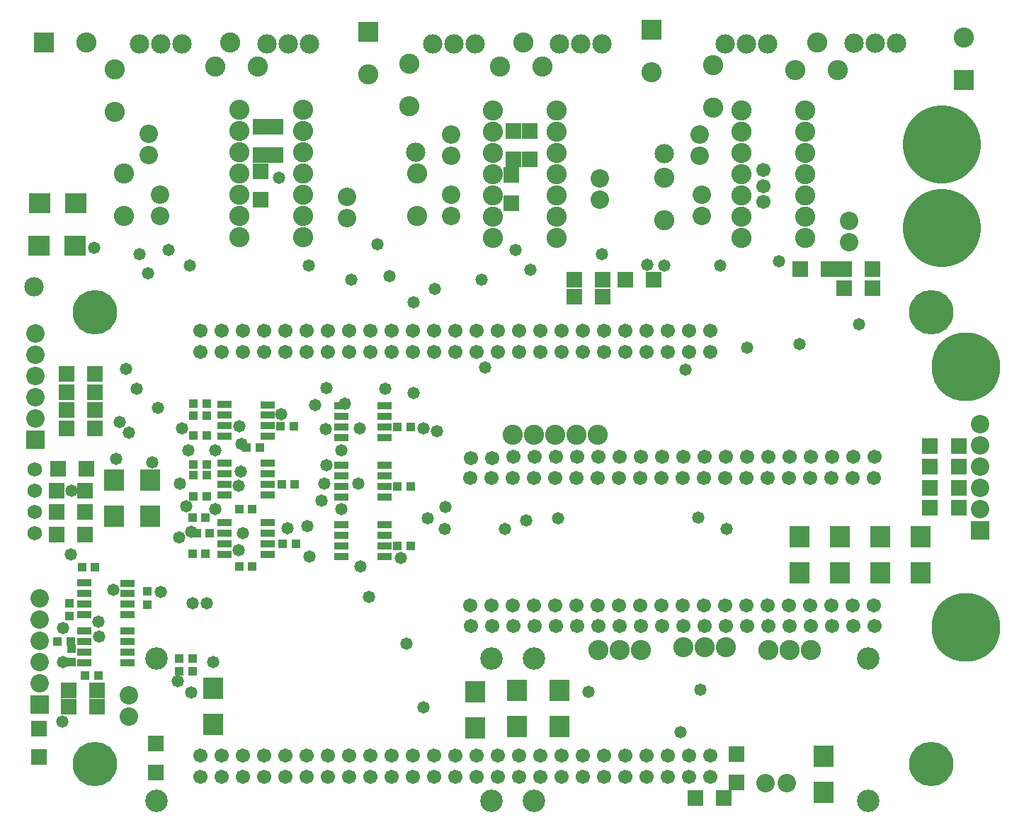
<source format=gts>
G04 Layer_Color=8388736*
%FSLAX23Y23*%
%MOIN*%
G70*
G01*
G75*
%ADD45R,0.039X0.042*%
%ADD46R,0.072X0.072*%
%ADD47R,0.072X0.072*%
%ADD48R,0.068X0.032*%
%ADD49R,0.042X0.039*%
%ADD50R,0.093X0.104*%
%ADD51R,0.104X0.093*%
%ADD52C,0.087*%
%ADD53C,0.095*%
%ADD54C,0.106*%
%ADD55C,0.067*%
%ADD56C,0.368*%
%ADD57C,0.067*%
%ADD58C,0.323*%
%ADD59C,0.209*%
%ADD60C,0.091*%
%ADD61R,0.095X0.095*%
%ADD62R,0.087X0.087*%
%ADD63R,0.095X0.095*%
%ADD64C,0.068*%
%ADD65C,0.058*%
D45*
X3968Y3465D02*
D03*
X3906D02*
D03*
X3968Y3406D02*
D03*
X3906D02*
D03*
X4934Y3995D02*
D03*
X4996D02*
D03*
X4934Y4275D02*
D03*
X4996D02*
D03*
X4934Y4555D02*
D03*
X4996D02*
D03*
X3449Y3895D02*
D03*
X3511D02*
D03*
X4224Y4460D02*
D03*
X4286D02*
D03*
X4036Y4665D02*
D03*
X3974D02*
D03*
X4036Y4610D02*
D03*
X3974D02*
D03*
Y4515D02*
D03*
X4036D02*
D03*
Y4380D02*
D03*
X3974D02*
D03*
X4036Y4330D02*
D03*
X3974D02*
D03*
Y4230D02*
D03*
X4036D02*
D03*
X4031Y4130D02*
D03*
X3969D02*
D03*
X4051Y4055D02*
D03*
X3989D02*
D03*
X3969Y3960D02*
D03*
X4031D02*
D03*
X4189Y3900D02*
D03*
X4251D02*
D03*
X4189Y4170D02*
D03*
X4251D02*
D03*
X4384Y4560D02*
D03*
X4446D02*
D03*
X4394Y4005D02*
D03*
X4456D02*
D03*
X4389Y4285D02*
D03*
X4451D02*
D03*
X3334Y3545D02*
D03*
X3396D02*
D03*
X3464Y3385D02*
D03*
X3526D02*
D03*
D46*
X3245Y3001D02*
D03*
Y3135D02*
D03*
X5556Y5950D02*
D03*
Y5816D02*
D03*
X5478Y5950D02*
D03*
Y5816D02*
D03*
X5470Y5743D02*
D03*
Y5609D02*
D03*
X3795Y2930D02*
D03*
Y3064D02*
D03*
X6530Y3015D02*
D03*
Y2881D02*
D03*
X4360Y5970D02*
D03*
Y5836D02*
D03*
X4290Y5759D02*
D03*
Y5625D02*
D03*
Y5969D02*
D03*
Y5835D02*
D03*
D47*
X6964Y5300D02*
D03*
X6830D02*
D03*
X3469Y4360D02*
D03*
X3335D02*
D03*
X6469Y2810D02*
D03*
X6335D02*
D03*
X3509Y4805D02*
D03*
X3375D02*
D03*
X3509Y4720D02*
D03*
X3375D02*
D03*
X3509Y4635D02*
D03*
X3375D02*
D03*
X3509Y4550D02*
D03*
X3375D02*
D03*
X6006Y5250D02*
D03*
X6140D02*
D03*
X5765D02*
D03*
X5899D02*
D03*
X5766Y5170D02*
D03*
X5900D02*
D03*
X7170Y5210D02*
D03*
X7036D02*
D03*
X7169Y5300D02*
D03*
X7035D02*
D03*
X7441Y4465D02*
D03*
X7575D02*
D03*
X7441Y4370D02*
D03*
X7575D02*
D03*
X7441Y4270D02*
D03*
X7575D02*
D03*
X7441Y4175D02*
D03*
X7575D02*
D03*
X3330Y4050D02*
D03*
X3464D02*
D03*
X3330Y4155D02*
D03*
X3464D02*
D03*
X3330Y4255D02*
D03*
X3464D02*
D03*
X3385Y3315D02*
D03*
X3519D02*
D03*
X3385Y3240D02*
D03*
X3519D02*
D03*
D48*
X3664Y3446D02*
D03*
Y3496D02*
D03*
Y3546D02*
D03*
Y3595D02*
D03*
X3460Y3596D02*
D03*
Y3546D02*
D03*
Y3496D02*
D03*
Y3446D02*
D03*
X3664Y3671D02*
D03*
Y3721D02*
D03*
Y3771D02*
D03*
Y3820D02*
D03*
X3460Y3821D02*
D03*
Y3771D02*
D03*
Y3721D02*
D03*
Y3671D02*
D03*
X4874Y3946D02*
D03*
Y3996D02*
D03*
Y4046D02*
D03*
Y4095D02*
D03*
X4670Y4096D02*
D03*
Y4046D02*
D03*
Y3996D02*
D03*
Y3946D02*
D03*
X4874Y4226D02*
D03*
Y4276D02*
D03*
Y4326D02*
D03*
Y4375D02*
D03*
X4670Y4376D02*
D03*
Y4326D02*
D03*
Y4276D02*
D03*
Y4226D02*
D03*
X4874Y4506D02*
D03*
Y4556D02*
D03*
Y4606D02*
D03*
Y4655D02*
D03*
X4670Y4656D02*
D03*
Y4606D02*
D03*
Y4556D02*
D03*
Y4506D02*
D03*
X4120Y4286D02*
D03*
Y4236D02*
D03*
Y4336D02*
D03*
Y4386D02*
D03*
X4324Y4336D02*
D03*
Y4385D02*
D03*
Y4236D02*
D03*
Y4286D02*
D03*
X4120Y4561D02*
D03*
Y4511D02*
D03*
Y4611D02*
D03*
Y4661D02*
D03*
X4324Y4611D02*
D03*
Y4660D02*
D03*
Y4511D02*
D03*
Y4561D02*
D03*
X4120Y4006D02*
D03*
Y3956D02*
D03*
Y4056D02*
D03*
Y4106D02*
D03*
X4324Y4056D02*
D03*
Y4105D02*
D03*
Y3956D02*
D03*
Y4006D02*
D03*
D49*
X3755Y3719D02*
D03*
Y3781D02*
D03*
X3390Y3726D02*
D03*
Y3664D02*
D03*
X3400Y3449D02*
D03*
Y3511D02*
D03*
D50*
X5695Y3315D02*
D03*
Y3145D02*
D03*
X5495Y3315D02*
D03*
Y3145D02*
D03*
X5300Y3310D02*
D03*
Y3140D02*
D03*
X4065Y3155D02*
D03*
Y3325D02*
D03*
X6940Y2835D02*
D03*
Y3005D02*
D03*
X7395Y3870D02*
D03*
Y4040D02*
D03*
X7205Y3870D02*
D03*
Y4040D02*
D03*
X7015Y3870D02*
D03*
Y4040D02*
D03*
X6825Y3870D02*
D03*
Y4040D02*
D03*
X3600Y4135D02*
D03*
Y4305D02*
D03*
X3770Y4135D02*
D03*
Y4305D02*
D03*
D51*
X3245Y5410D02*
D03*
X3415D02*
D03*
X3250Y5610D02*
D03*
X3420D02*
D03*
D52*
X6665Y2880D02*
D03*
X6765D02*
D03*
X3668Y3193D02*
D03*
Y3293D02*
D03*
X4695Y5540D02*
D03*
Y5640D02*
D03*
X3816Y5548D02*
D03*
Y5648D02*
D03*
X3762Y5835D02*
D03*
Y5935D02*
D03*
X5887Y5627D02*
D03*
Y5727D02*
D03*
X5185Y5550D02*
D03*
Y5650D02*
D03*
X5186Y5832D02*
D03*
Y5932D02*
D03*
X7058Y5425D02*
D03*
Y5525D02*
D03*
X6365Y5548D02*
D03*
Y5648D02*
D03*
X6357Y5832D02*
D03*
Y5932D02*
D03*
X3230Y4695D02*
D03*
Y4895D02*
D03*
Y4795D02*
D03*
Y4595D02*
D03*
Y4995D02*
D03*
X7675Y4270D02*
D03*
Y4470D02*
D03*
Y4370D02*
D03*
Y4170D02*
D03*
Y4570D02*
D03*
X3250Y3450D02*
D03*
Y3650D02*
D03*
Y3750D02*
D03*
Y3350D02*
D03*
Y3550D02*
D03*
D53*
X3604Y6240D02*
D03*
Y6040D02*
D03*
X4990Y6264D02*
D03*
Y6064D02*
D03*
X6419Y6260D02*
D03*
Y6060D02*
D03*
X5978Y3504D02*
D03*
X6378Y3519D02*
D03*
X6078Y3504D02*
D03*
X6878D02*
D03*
X5878D02*
D03*
X4147Y6367D02*
D03*
X5525D02*
D03*
X6911D02*
D03*
X6278Y3519D02*
D03*
X5777Y4520D02*
D03*
X5677D02*
D03*
X5577D02*
D03*
X6478Y3519D02*
D03*
X5477Y4520D02*
D03*
X6778Y3504D02*
D03*
X5877Y4520D02*
D03*
X6678Y3504D02*
D03*
X4190Y5649D02*
D03*
Y5549D02*
D03*
Y5949D02*
D03*
Y5849D02*
D03*
X4490Y5549D02*
D03*
Y5649D02*
D03*
Y5849D02*
D03*
Y5949D02*
D03*
X4190Y5749D02*
D03*
Y5449D02*
D03*
Y6049D02*
D03*
X4490Y5449D02*
D03*
Y5749D02*
D03*
Y6049D02*
D03*
X5383Y5644D02*
D03*
Y5544D02*
D03*
Y5944D02*
D03*
Y5844D02*
D03*
X5683Y5544D02*
D03*
Y5644D02*
D03*
Y5844D02*
D03*
Y5944D02*
D03*
X5383Y5744D02*
D03*
Y5444D02*
D03*
Y6044D02*
D03*
X5683Y5444D02*
D03*
Y5744D02*
D03*
Y6044D02*
D03*
X6554Y5646D02*
D03*
Y5546D02*
D03*
Y5946D02*
D03*
Y5846D02*
D03*
X6854Y5546D02*
D03*
Y5646D02*
D03*
Y5846D02*
D03*
Y5946D02*
D03*
X6554Y5746D02*
D03*
Y5446D02*
D03*
Y6046D02*
D03*
X6854Y5446D02*
D03*
Y5746D02*
D03*
Y6046D02*
D03*
X3647Y5748D02*
D03*
Y5548D02*
D03*
X6188Y5728D02*
D03*
Y5528D02*
D03*
X4276Y6253D02*
D03*
X4076D02*
D03*
X5025Y5748D02*
D03*
Y5548D02*
D03*
X5615Y6253D02*
D03*
X5415D02*
D03*
X7006Y6235D02*
D03*
X6806D02*
D03*
X4797Y6214D02*
D03*
X7600Y6390D02*
D03*
X6130Y6225D02*
D03*
X3471Y6365D02*
D03*
D54*
X5575Y3464D02*
D03*
X7150D02*
D03*
X5575Y2795D02*
D03*
X7150D02*
D03*
X3800Y3464D02*
D03*
X5375D02*
D03*
X3800Y2795D02*
D03*
X5375D02*
D03*
D55*
X6577Y4315D02*
D03*
X6877D02*
D03*
X7177D02*
D03*
Y3715D02*
D03*
X6877D02*
D03*
X6577D02*
D03*
X5377Y4315D02*
D03*
X5677D02*
D03*
X5977D02*
D03*
X6277D02*
D03*
Y3715D02*
D03*
X5977D02*
D03*
X5677D02*
D03*
X5377D02*
D03*
X7077Y4315D02*
D03*
X6977D02*
D03*
Y3715D02*
D03*
X7077D02*
D03*
X6777Y4315D02*
D03*
X6677D02*
D03*
Y3715D02*
D03*
X6777D02*
D03*
X6477Y4315D02*
D03*
X6377D02*
D03*
Y3715D02*
D03*
X6477D02*
D03*
X6177Y4315D02*
D03*
X6077D02*
D03*
Y3715D02*
D03*
X6177D02*
D03*
X5877Y4315D02*
D03*
X5777D02*
D03*
Y3715D02*
D03*
X5877D02*
D03*
X5577Y4315D02*
D03*
X5477D02*
D03*
Y3715D02*
D03*
X5577D02*
D03*
X5277Y4315D02*
D03*
Y3715D02*
D03*
X6405Y5010D02*
D03*
Y4910D02*
D03*
X6305Y5010D02*
D03*
Y4910D02*
D03*
X6205Y5010D02*
D03*
Y4910D02*
D03*
X6105Y5010D02*
D03*
Y4910D02*
D03*
X6005Y5010D02*
D03*
Y4910D02*
D03*
X5905Y5010D02*
D03*
Y4910D02*
D03*
X5805Y5010D02*
D03*
Y4910D02*
D03*
X5705Y5010D02*
D03*
Y4910D02*
D03*
X5605Y5010D02*
D03*
Y4910D02*
D03*
X5505Y5010D02*
D03*
Y4910D02*
D03*
X5405Y5010D02*
D03*
Y4910D02*
D03*
X5305Y5010D02*
D03*
Y4910D02*
D03*
X5205Y5010D02*
D03*
Y4910D02*
D03*
X5105Y5010D02*
D03*
Y4910D02*
D03*
X5005Y5010D02*
D03*
Y4910D02*
D03*
X4905Y5010D02*
D03*
Y4910D02*
D03*
X4805Y5010D02*
D03*
Y4910D02*
D03*
X4705Y5010D02*
D03*
Y4910D02*
D03*
X4605Y5010D02*
D03*
Y4910D02*
D03*
X4505Y5010D02*
D03*
Y4910D02*
D03*
X4405Y5010D02*
D03*
Y4910D02*
D03*
X4305Y5010D02*
D03*
Y4910D02*
D03*
X4205Y5010D02*
D03*
Y4910D02*
D03*
X4105Y5010D02*
D03*
Y4910D02*
D03*
X4005Y5010D02*
D03*
Y4910D02*
D03*
X6405Y3010D02*
D03*
Y2910D02*
D03*
X6305Y3010D02*
D03*
Y2910D02*
D03*
X6205Y3010D02*
D03*
Y2910D02*
D03*
X6105Y3010D02*
D03*
Y2910D02*
D03*
X6005Y3010D02*
D03*
Y2910D02*
D03*
X5905Y3010D02*
D03*
Y2910D02*
D03*
X5805Y3010D02*
D03*
Y2910D02*
D03*
X5705Y3010D02*
D03*
Y2910D02*
D03*
X5605Y3010D02*
D03*
Y2910D02*
D03*
X5505Y3010D02*
D03*
Y2910D02*
D03*
X5405Y3010D02*
D03*
Y2910D02*
D03*
X5305Y3010D02*
D03*
Y2910D02*
D03*
X5205Y3010D02*
D03*
Y2910D02*
D03*
X5105Y3010D02*
D03*
Y2910D02*
D03*
X5005Y3010D02*
D03*
Y2910D02*
D03*
X4905Y3010D02*
D03*
Y2910D02*
D03*
X4805Y3010D02*
D03*
Y2910D02*
D03*
X4705Y3010D02*
D03*
Y2910D02*
D03*
X4605Y3010D02*
D03*
Y2910D02*
D03*
X4505Y3010D02*
D03*
Y2910D02*
D03*
X4405Y3010D02*
D03*
Y2910D02*
D03*
X4305Y3010D02*
D03*
Y2910D02*
D03*
X4205Y3010D02*
D03*
Y2910D02*
D03*
X4105Y3010D02*
D03*
Y2910D02*
D03*
X4005Y3010D02*
D03*
Y2910D02*
D03*
X7178Y4414D02*
D03*
X7078D02*
D03*
X6678D02*
D03*
X6578D02*
D03*
X6978D02*
D03*
X6878D02*
D03*
X6778D02*
D03*
X6078D02*
D03*
X6478D02*
D03*
X6378D02*
D03*
X6278D02*
D03*
X6178D02*
D03*
X5978D02*
D03*
X5878D02*
D03*
X5778D02*
D03*
X5678D02*
D03*
X5578D02*
D03*
X5478D02*
D03*
X5278Y4409D02*
D03*
X7178Y3619D02*
D03*
X7078D02*
D03*
X6978D02*
D03*
X6878D02*
D03*
X6778D02*
D03*
X6678D02*
D03*
X6578D02*
D03*
X6378D02*
D03*
X6278D02*
D03*
X6178D02*
D03*
X6078D02*
D03*
X5878D02*
D03*
X5778D02*
D03*
X5678D02*
D03*
X5578D02*
D03*
X5478D02*
D03*
X5378D02*
D03*
X5278D02*
D03*
X5378Y4409D02*
D03*
X6478Y3619D02*
D03*
X5978D02*
D03*
D56*
X7497Y5493D02*
D03*
Y5887D02*
D03*
D57*
X6655Y5690D02*
D03*
Y5765D02*
D03*
Y5615D02*
D03*
D58*
X7608Y3612D02*
D03*
Y4838D02*
D03*
D59*
X3509Y2969D02*
D03*
Y5095D02*
D03*
X7446Y2969D02*
D03*
Y5095D02*
D03*
D60*
X4319Y6360D02*
D03*
X4419D02*
D03*
X4519D02*
D03*
X5697D02*
D03*
X5797D02*
D03*
X5897D02*
D03*
X5099D02*
D03*
X5199D02*
D03*
X5299D02*
D03*
X6477Y6358D02*
D03*
X6577D02*
D03*
X6677D02*
D03*
X3721Y6360D02*
D03*
X3821D02*
D03*
X3921D02*
D03*
X7084Y6363D02*
D03*
X7184D02*
D03*
X7284D02*
D03*
X3223Y5217D02*
D03*
X5018Y5848D02*
D03*
X6188Y5843D02*
D03*
D61*
X4797Y6414D02*
D03*
X7600Y6190D02*
D03*
X6130Y6425D02*
D03*
D62*
X3230Y4495D02*
D03*
X7675Y4070D02*
D03*
X3250Y3250D02*
D03*
D63*
X3271Y6365D02*
D03*
D64*
X3225Y4155D02*
D03*
Y4055D02*
D03*
Y4355D02*
D03*
Y4255D02*
D03*
D65*
X5832Y3310D02*
D03*
X5440Y4075D02*
D03*
X6452Y5315D02*
D03*
X3962Y3307D02*
D03*
X4065Y3450D02*
D03*
X3360D02*
D03*
X3355Y3170D02*
D03*
X3820Y3780D02*
D03*
X5055Y3235D02*
D03*
X4075Y4170D02*
D03*
X4670D02*
D03*
X4075Y4445D02*
D03*
X4670D02*
D03*
X5008Y5142D02*
D03*
X3905Y4035D02*
D03*
X3900Y3360D02*
D03*
X4715Y5250D02*
D03*
X3360Y3610D02*
D03*
X3970Y3725D02*
D03*
X4875Y4735D02*
D03*
X5345Y4835D02*
D03*
X6110Y5320D02*
D03*
X3805Y4645D02*
D03*
X3655Y4830D02*
D03*
X4895Y5265D02*
D03*
X3505Y5400D02*
D03*
X3400Y4255D02*
D03*
X3395Y3955D02*
D03*
X3530Y3570D02*
D03*
X3595Y3790D02*
D03*
X3525Y3640D02*
D03*
X3964Y4063D02*
D03*
X4035Y3725D02*
D03*
X4975Y3535D02*
D03*
X6265Y3120D02*
D03*
X3940Y4182D02*
D03*
X3920Y4550D02*
D03*
X4599Y4376D02*
D03*
X3855Y5390D02*
D03*
X4205Y4055D02*
D03*
X4185Y3975D02*
D03*
X3625Y4580D02*
D03*
X3610Y4405D02*
D03*
X4185Y4280D02*
D03*
X3910Y4290D02*
D03*
X3950Y4445D02*
D03*
X3670Y4530D02*
D03*
X6730Y5335D02*
D03*
X4375Y5730D02*
D03*
X4195Y4345D02*
D03*
X4575Y4210D02*
D03*
X4590Y4290D02*
D03*
X4190Y4560D02*
D03*
X5155Y4075D02*
D03*
X4800Y3755D02*
D03*
X6360Y3320D02*
D03*
X4385Y4615D02*
D03*
X4600Y4740D02*
D03*
X4685Y4665D02*
D03*
X4200Y4475D02*
D03*
X4755Y4550D02*
D03*
X4595Y4545D02*
D03*
X6580Y4930D02*
D03*
X4750Y4290D02*
D03*
X6190Y5315D02*
D03*
X5895Y5370D02*
D03*
X6825Y4945D02*
D03*
X7105Y5040D02*
D03*
X4515Y5315D02*
D03*
X3720Y5370D02*
D03*
X3760Y5280D02*
D03*
X3780Y4390D02*
D03*
X3955Y5315D02*
D03*
X3705Y4735D02*
D03*
X5110Y5205D02*
D03*
X6484Y4074D02*
D03*
X5690Y4125D02*
D03*
X5160Y4180D02*
D03*
X5055Y4550D02*
D03*
X5120Y4535D02*
D03*
X5010Y4715D02*
D03*
X4545Y4660D02*
D03*
X4415Y4080D02*
D03*
X4510Y4090D02*
D03*
X4520Y3945D02*
D03*
X4760Y3900D02*
D03*
X5540Y4115D02*
D03*
X4950Y3940D02*
D03*
X5075Y4125D02*
D03*
X6350Y4130D02*
D03*
X4840Y5415D02*
D03*
X5490Y5390D02*
D03*
X5330Y5250D02*
D03*
X5560Y5295D02*
D03*
X6290Y4825D02*
D03*
M02*

</source>
